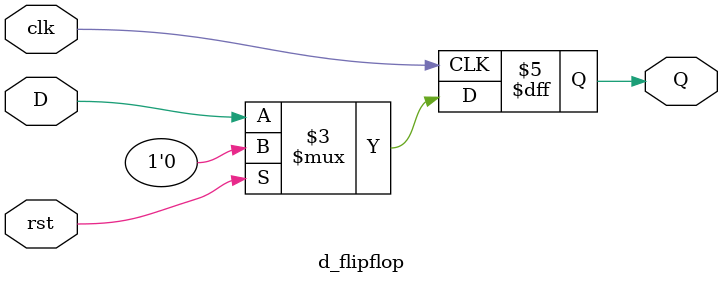
<source format=v>
`timescale 1ns / 1ps
module d_flipflop(
input clk,
input rst,
input D,
output reg Q
);
always @(posedge clk) begin
if (rst) Q <= 1'b0;
else Q <= D;
end
endmodule

</source>
